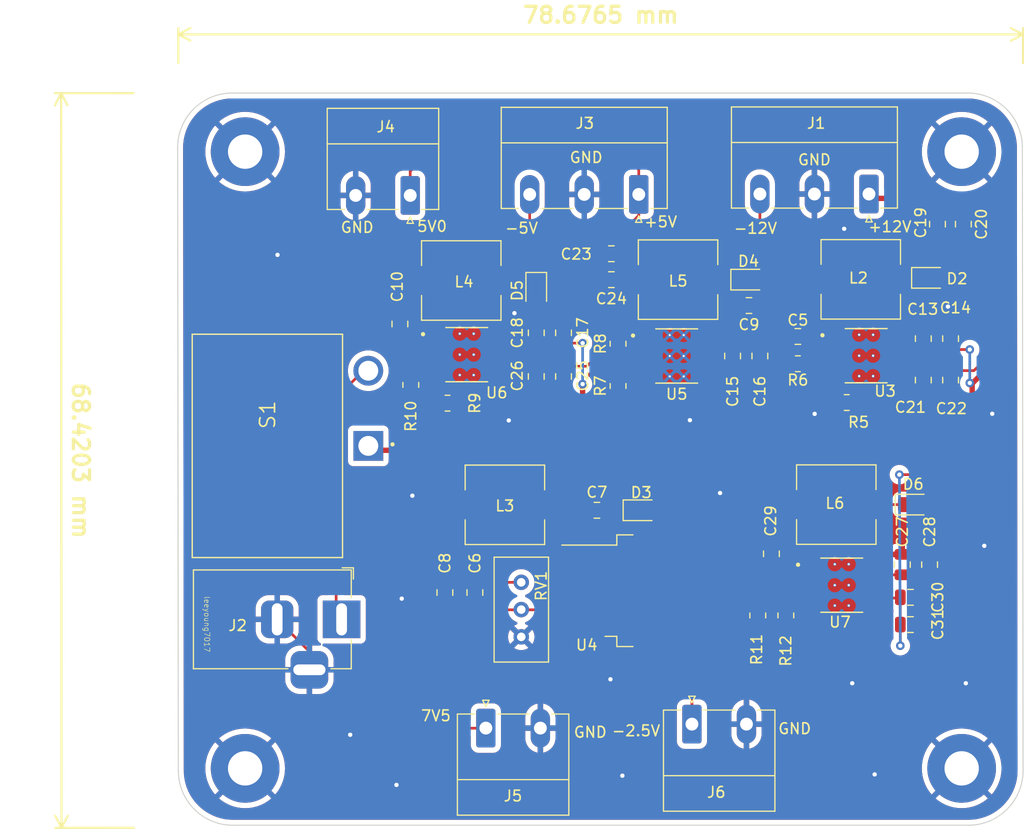
<source format=kicad_pcb>
(kicad_pcb (version 20211014) (generator pcbnew)
  (layers (0 "F.Cu" signal) (31 "B.Cu" signal) (34 "B.Paste" user) (35 "F.Paste" user) (36 "B.SilkS" user "B.Silkscreen") (37 "F.SilkS" user "F.Silkscreen") (38 "B.Mask" user) (39 "F.Mask" user) (44 "Edge.Cuts" user))
  (net 0 "")
  (net 1 "7V5")
  (net 2 "GND")
  (net 3 "Net-(C5-Pad1)")
  (net 4 "Net-(C6-Pad1)")
  (net 5 "12V0")
  (net 6 "Net-(C9-Pad1)")
  (net 7 "Net-(C9-Pad2)")
  (net 8 "Net-(C10-Pad1)")
  (net 9 "Net-(C10-Pad2)")
  (net 10 "VOUT_-12V")
  (net 11 "VOUT_+5V")
  (net 12 "VOUT_-5V")
  (net 13 "Net-(C29-Pad1)")
  (net 14 "Net-(C29-Pad2)")
  (net 15 "Net-(D3-Pad1)")
  (net 16 "VOUT_-2.5V")
  (net 17 "Net-(J2-Pad1)")
  (net 18 "Net-(R5-Pad1)")
  (net 19 "Net-(R7-Pad1)")
  (net 20 "Net-(R10-Pad1)")
  (net 21 "Net-(R11-Pad1)")
  (net 34 "Net-(C5-Pad2)")
  (footprint "Button_Switch_THT:SW_R1966ABLKBLKGR" (layer "F.Cu") (at 137.6455 78.33075 -90)
    (fp_text reference "S1")
    (fp_text value "R1966ABLKBLKGR")
  )
  (footprint "Button_Switch_SMD:CONV_TPS5430DDAR" (layer "F.Cu") (at 181.743 91.3055)
    (fp_text reference "U7")
    (fp_text value "TPS5430DDAR")
  )
  (footprint "Inductor_SMD:L_7.3x7.3_H3.5" (layer "F.Cu") (at 183.515 62.82 180)
    (fp_text reference "L2")
    (fp_text value "10u")
  )
  (footprint "Capacitor_SMD:C_0805_2012Metric" (layer "F.Cu") (at 188.148 94.977)
    (fp_text reference "C31")
    (fp_text value "0.1u")
  )
  (footprint "Connector_Phoenix_MC_HighVoltage:PhoenixContact_MC_1,5_2-G-5.08_1x02_P5.08mm_Horizontal" (layer "F.Cu") (at 141.55 55.0025 180)
    (fp_text reference "J4")
    (fp_text value "Conn_01x02")
  )
  (footprint "Inductor_SMD:L_7.3x7.3_H3.5" (layer "F.Cu") (at 146.304 62.926501 180)
    (fp_text reference "L4")
    (fp_text value "10u")
  )
  (footprint "Resistor_SMD:R_0805_2012Metric" (layer "F.Cu") (at 160.909 68.817001 90)
    (fp_text reference "R8")
    (fp_text value "10k")
  )
  (footprint "Capacitor_SMD:C_0805_2012Metric" (layer "F.Cu") (at 189.340001 68.342 90)
    (fp_text reference "C13")
    (fp_text value "10u")
  )
  (footprint "Capacitor_SMD:C_0805_2012Metric" (layer "F.Cu") (at 155.829 71.865001 90)
    (fp_text reference "C25")
    (fp_text value "100u")
  )
  (footprint "Capacitor_SMD:C_0805_2012Metric" (layer "F.Cu") (at 140.589 66.978001 90)
    (fp_text reference "C10")
    (fp_text value "10n")
  )
  (footprint "Button_Switch_SMD:CONV_TPS5430DDAR" (layer "F.Cu") (at 184.015 69.932)
    (fp_text reference "U3")
    (fp_text value "TPS5430DDAR")
  )
  (footprint "" (layer "F.Cu") (at 192.913 108.367102)
    (fp_text reference "")
    (fp_text value "")
  )
  (footprint "Resistor_SMD:R_0805_2012Metric" (layer "F.Cu") (at 176.536 94.123 -90)
    (fp_text reference "R12")
    (fp_text value "4.87k")
  )
  (footprint "Capacitor_SMD:C_0805_2012Metric" (layer "F.Cu") (at 160.286 62.848001 180)
    (fp_text reference "C24")
    (fp_text value "0.1u")
  )
  (footprint "Connector_Phoenix_MC_HighVoltage:PhoenixContact_MC_1,5_3-G-5.08_1x03_P5.08mm_Horizontal" (layer "F.Cu") (at 184.279 54.8735 180)
    (fp_text reference "J1")
    (fp_text value "Conn_01x03")
  )
  (footprint "" (layer "F.Cu") (at 126.1745 50.927)
    (fp_text reference "")
    (fp_text value "")
  )
  (footprint "Capacitor_SMD:C_0805_2012Metric" (layer "F.Cu") (at 191.880001 68.342 90)
    (fp_text reference "C14")
    (fp_text value "0.1u")
  )
  (footprint "Resistor_SMD:R_0805_2012Metric" (layer "F.Cu") (at 177.656001 70.681001 180)
    (fp_text reference "R6")
    (fp_text value "10k")
  )
  (footprint "Connector_Phoenix_MC_HighVoltage:PhoenixContact_MC_1,5_2-G-5.08_1x02_P5.08mm_Horizontal" (layer "F.Cu") (at 148.594 104.6175)
    (fp_text reference "J5")
    (fp_text value "Conn_01x02")
  )
  (footprint "Capacitor_SMD:C_0805_2012Metric" (layer "F.Cu") (at 158.938 84.328)
    (fp_text reference "C7")
    (fp_text value "10u")
  )
  (footprint "Resistor_SMD:R_0805_2012Metric" (layer "F.Cu") (at 173.924 94.123 -90)
    (fp_text reference "R11")
    (fp_text value "10k")
  )
  (footprint "" (layer "F.Cu") (at 126.1745 108.367102)
    (fp_text reference "")
    (fp_text value "")
  )
  (footprint "Capacitor_SMD:C_0805_2012Metric" (layer "F.Cu") (at 191.880001 72.205001 -90)
    (fp_text reference "C22")
    (fp_text value "0.1u")
  )
  (footprint "Capacitor_SMD:C_0805_2012Metric" (layer "F.Cu") (at 171.577 69.960001 -90)
    (fp_text reference "C15")
    (fp_text value "10u")
  )
  (footprint "Button_Switch_SMD:CONV_TPS5430DDAR" (layer "F.Cu") (at 146.812 69.833001)
    (fp_text reference "U6")
    (fp_text value "TPS5430DDAR")
  )
  (footprint "Capacitor_SMD:C_0805_2012Metric" (layer "F.Cu") (at 177.656001 68.141001 180)
    (fp_text reference "C5")
    (fp_text value "10n")
  )
  (footprint "Diode_SMD:D_0805_2012Metric" (layer "F.Cu") (at 189.937001 62.680001)
    (fp_text reference "D2")
    (fp_text value "SS34")
  )
  (footprint "Resistor_SMD:R_0805_2012Metric" (layer "F.Cu") (at 160.909 72.754001 -90)
    (fp_text reference "R7")
    (fp_text value "3.24k")
  )
  (footprint "Capacitor_SMD:C_0805_2012Metric" (layer "F.Cu") (at 188.148 92.437 180)
    (fp_text reference "C30")
    (fp_text value "100u")
  )
  (footprint "Capacitor_SMD:C_0805_2012Metric" (layer "F.Cu") (at 187.386 89.389 90)
    (fp_text reference "C27")
    (fp_text value "0.1u")
  )
  (footprint "Capacitor_SMD:C_0805_2012Metric" (layer "F.Cu") (at 173.101 65.261001)
    (fp_text reference "C9")
    (fp_text value "10n")
  )
  (footprint "Capacitor_SMD:C_0805_2012Metric" (layer "F.Cu") (at 160.286 60.435001 180)
    (fp_text reference "C23")
    (fp_text value "100u")
  )
  (footprint "Capacitor_SMD:C_0805_2012Metric" (layer "F.Cu") (at 189.340001 72.205001 90)
    (fp_text reference "C21")
    (fp_text value "100u")
  )
  (footprint "Capacitor_SMD:C_0805_2012Metric" (layer "F.Cu") (at 147.574 91.99 90)
    (fp_text reference "C6")
    (fp_text value "0.1u")
  )
  (footprint "Capacitor_SMD:C_0805_2012Metric" (layer "F.Cu") (at 174.117 69.960001 -90)
    (fp_text reference "C16")
    (fp_text value "0.1u")
  )
  (footprint "Diode_SMD:D_0805_2012Metric" (layer "F.Cu") (at 188.402 83.801)
    (fp_text reference "D6")
    (fp_text value "SS34")
  )
  (footprint "Diode_SMD:D_0805_2012Metric" (layer "F.Cu") (at 173.101 62.848001)
    (fp_text reference "D4")
    (fp_text value "SS34")
  )
  (footprint "Capacitor_SMD:C_0805_2012Metric" (layer "F.Cu") (at 144.78 91.99 -90)
    (fp_text reference "C8")
    (fp_text value "220u")
  )
  (footprint "Button_Switch_SMD:CONV_TPS5430DDAR" (layer "F.Cu") (at 166.37 69.960001)
    (fp_text reference "U5")
    (fp_text value "TPS5430DDAR")
  )
  (footprint "Capacitor_SMD:C_0805_2012Metric" (layer "F.Cu") (at 155.829 67.801001 90)
    (fp_text reference "C17")
    (fp_text value "10u")
  )
  (footprint "Connector_Phoenix_MC_HighVoltage:PhoenixContact_MC_1,5_2-G-5.08_1x02_P5.08mm_Horizontal" (layer "F.Cu") (at 167.789 104.248)
    (fp_text reference "J6")
    (fp_text value "Conn_01x02")
  )
  (footprint "Inductor_SMD:L_7.3x7.3_H3.5" (layer "F.Cu") (at 181.235 83.801 180)
    (fp_text reference "L6")
    (fp_text value "10u")
  )
  (footprint "Capacitor_SMD:C_0805_2012Metric" (layer "F.Cu") (at 175.194 88.3845 90)
    (fp_text reference "C29")
    (fp_text value "10n")
  )
  (footprint "Connector_BarrelJack:BarrelJack_Horizontal" (layer "F.Cu") (at 135.159 94.488)
    (fp_text reference "J2")
    (fp_text value "Barrel_Jack_Switch")
  )
  (footprint "Potentiometer_THT:Potentiometer_Bourns_3296W_Vertical" (layer "F.Cu") (at 151.892 91.04 90)
    (fp_text reference "RV1")
    (fp_text value "R_Potentiometer")
  )
  (footprint "Package_TO_SOT_SMD:TO-263-5_TabPin3" (layer "F.Cu") (at 163.745 91.821)
    (fp_text reference "U4")
    (fp_text value "LM2596S-ADJ")
  )
  (footprint "Capacitor_SMD:C_0805_2012Metric" (layer "F.Cu") (at 153.289 71.865001 -90)
    (fp_text reference "C26")
    (fp_text value "0.1u")
  )
  (footprint "Capacitor_SMD:C_0805_2012Metric" (layer "F.Cu") (at 189.926 89.389 90)
    (fp_text reference "C28")
    (fp_text value "10u")
  )
  (footprint "Connector_Phoenix_MC_HighVoltage:PhoenixContact_MC_1,5_3-G-5.08_1x03_P5.08mm_Horizontal" (layer "F.Cu") (at 162.837821 54.91 180)
    (fp_text reference "J3")
    (fp_text value "Conn_01x03")
  )
  (footprint "Diode_SMD:D_0805_2012Metric" (layer "F.Cu") (at 163.068 84.328)
    (fp_text reference "D3")
    (fp_text value "SS54")
  )
  (footprint "Capacitor_SMD:C_0805_2012Metric" (layer "F.Cu") (at 190.66 57.68 -90)
    (fp_text reference "C19")
    (fp_text value "100u")
  )
  (footprint "Capacitor_SMD:C_0805_2012Metric" (layer "F.Cu") (at 153.289 67.801001 90)
    (fp_text reference "C18")
    (fp_text value "0.1u")
  )
  (footprint "Resistor_SMD:R_0805_2012Metric" (layer "F.Cu") (at 141.605 72.650501 -90)
    (fp_text reference "R10")
    (fp_text value "10k")
  )
  (footprint "" (layer "F.Cu") (at 192.913 50.927)
    (fp_text reference "")
    (fp_text value "")
  )
  (footprint "Inductor_SMD:L_7.3x7.3_H3.5" (layer "F.Cu") (at 166.497 62.848001 180)
    (fp_text reference "L5")
    (fp_text value "10u")
  )
  (footprint "Capacitor_SMD:C_0805_2012Metric" (layer "F.Cu") (at 193.07 57.68 -90)
    (fp_text reference "C20")
    (fp_text value "0.1u")
  )
  (footprint "Resistor_SMD:R_0805_2012Metric" (layer "F.Cu") (at 145.0245 74.352)
    (fp_text reference "R9")
    (fp_text value "3.24k")
  )
  (footprint "Inductor_SMD:L_7.3x7.3_H3.5" (layer "F.Cu") (at 150.368 83.82 180)
    (fp_text reference "L3")
    (fp_text value "33u")
  )
  (footprint "Resistor_SMD:R_0805_2012Metric" (layer "F.Cu") (at 182.206999 74.295)
    (fp_text reference "R5")
    (fp_text value "1.1k")
  )
  (footprint "Diode_SMD:D_0805_2012Metric" (layer "F.Cu") (at 153.289 63.864001 -90)
    (fp_text reference "D5")
    (fp_text value "SS34")
  )
  (gr_line (start 193.548 113.665) (end 125.0315 113.665) (layer "Edge.Cuts") (width 0.1))
  (gr_line (start 119.9515 108.585) (end 119.888 50.546) (layer "Edge.Cuts") (width 0.1))
  (gr_arc (start 119.888 50.546) (mid 121.375898 46.953898) (end 124.968 45.466) (layer "Edge.Cuts") (width 0.1))
  (gr_arc (start 125.0315 113.665) (mid 121.439398 112.177102) (end 119.9515 108.585) (layer "Edge.Cuts") (width 0.1))
  (gr_line (start 124.968 45.466) (end 193.4845 45.466) (layer "Edge.Cuts") (width 0.1))
  (gr_arc (start 193.4845 45.466) (mid 197.019405 46.896539) (end 198.5645 50.382898) (layer "Edge.Cuts") (width 0.1))
  (gr_arc (start 198.628 108.585) (mid 197.140103 112.177104) (end 193.548 113.665) (layer "Edge.Cuts") (width 0.1))
  (gr_line (start 198.5645 50.382898) (end 198.628 108.585) (layer "Edge.Cuts") (width 0.1))
  (gr_text "-2.5V" (at 162.583 104.87) (layer "F.SilkS") (effects (font (size 1 1))))
  (gr_text "-12V" (at 173.71 58.065) (layer "F.SilkS") (effects (font (size 1 1))))
  (gr_text "GND" (at 136.6115 57.98) (layer "F.SilkS") (effects (font (size 1 1))))
  (gr_text "5V0" (at 143.5815 57.89) (layer "F.SilkS") (effects (font (size 1 1))))
  (gr_text "GND" (at 157.939821 51.4695) (layer "F.SilkS") (effects (font (size 1 1))))
  (gr_text "GND" (at 177.363 104.67) (layer "F.SilkS") (effects (font (size 1 1))))
  (gr_text "+5V" (at 164.879821 57.4695) (layer "F.SilkS") (effects (font (size 1 1))))
  (gr_text "leeyoung7017" (at 122.6185 94.9375 270) (layer "F.SilkS") (effects (font (size 0.5 0.5) (thickness 0.05))))
  (gr_text "GND" (at 179.199 51.687) (layer "F.SilkS") (effects (font (size 1 1))))
  (gr_text "7V5" (at 143.943 103.47) (layer "F.SilkS") (effects (font (size 1 1))))
  (gr_text "-5V" (at 151.919821 58.0495) (layer "F.SilkS") (effects (font (size 1 1))))
  (gr_text "+12V" (at 186.23 57.925) (layer "F.SilkS") (effects (font (size 1 1))))
  (gr_text "GND" (at 158.323 105) (layer "F.SilkS") (effects (font (size 1 1))))
  (dimension (type aligned) (layer "F.SilkS") (pts (xy 119.9515 43.18) (xy 198.628 43.18)) (height -3.175) (gr_text "78.6765 mm" (at 159.28975 38.205) (layer "F.SilkS") (effects (font (size 1.5 1.5) (thickness 0.3)))) (format (units 3) (units_format 1) (precision 4)) (style (thickness 0.2) (arrow_length 1.27) (text_position_mode 0) (extension_height 0.58642) (extension_offset 0.5) keep_text_aligned))
  (dimension (type aligned) (layer "F.SilkS") (pts (xy 116.2795 45.47975) (xy 116.31 113.9)) (height 7.239) (gr_text "68.4203 mm" (at 110.855751 79.6923 270.025541) (layer "F.SilkS") (effects (font (size 1.5 1.5) (thickness 0.3)))) (format (units 3) (units_format 1) (precision 4)) (style (thickness 0.2) (arrow_length 1.27) (text_position_mode 0) (extension_height 0.58642) (extension_offset 0.5) keep_text_aligned))
  (segment (start 144.78 91.04) (end 147.574 91.04) (width 0.25) (layer "F.Cu") (net 1))
  (segment (start 143.78 91.04) (end 144.78 91.04) (width 0.25) (layer "F.Cu") (net 1))
  (segment (start 144.78 84.751) (end 145.222 84.309) (width 0.25) (layer "F.Cu") (net 1))
  (segment (start 143.26 103.74) (end 143.26 91.56) (width 0.25) (layer "F.Cu") (net 1))
  (segment (start 148.5825 104.629) (end 144.149 104.629) (width 0.25) (layer "F.Cu") (net 1))
  (segment (start 147.574 91.04) (end 151.892 91.04) (width 0.25) (layer "F.Cu") (net 1))
  (segment (start 145.222 84.309) (end 147.168 84.309) (width 0.25) (layer "F.Cu") (net 1))
  (segment (start 144.78 91.529) (end 144.78 84.751) (width 0.25) (layer "F.Cu") (net 1))
  (segment (start 144.149 104.629) (end 143.26 103.74) (width 0.25) (layer "F.Cu") (net 1))
  (segment (start 143.26 91.56) (end 143.78 91.04) (width 0.25) (layer "F.Cu") (net 1))
  (segment (start 132.159 97.488) (end 132.159 99.188) (width 0.25) (layer "F.Cu") (net 2))
  (segment (start 160.909 93.58) (end 160.909 94.85) (width 0.25) (layer "F.Cu") (net 2))
  (segment (start 165.361 93.58) (end 167.12 91.821) (width 0.25) (layer "F.Cu") (net 2))
  (segment (start 160.547 91.821) (end 160.909 92.183) (width 0.25) (layer "F.Cu") (net 2))
  (segment (start 160.909 93.58) (end 165.361 93.58) (width 0.25) (layer "F.Cu") (net 2))
  (segment (start 169.07 70.595001) (end 167.005 70.595001) (width 0.25) (layer "F.Cu") (net 2))
  (segment (start 129.159 94.488) (end 132.159 97.488) (width 0.25) (layer "F.Cu") (net 2))
  (segment (start 193.07 58.63) (end 190.66 58.63) (width 0.25) (layer "F.Cu") (net 2))
  (segment (start 171.577 70.910001) (end 174.117 70.910001) (width 0.25) (layer "F.Cu") (net 2))
  (segment (start 160.909 94.85) (end 160.538 95.221) (width 0.25) (layer "F.Cu") (net 2))
  (segment (start 189.098 92.437) (end 189.098 94.977) (width 0.25) (layer "F.Cu") (net 2))
  (segment (start 173.924 95.0355) (end 169.8455 95.0355) (width 0.25) (layer "F.Cu") (net 2))
  (segment (start 171.262 70.595001) (end 171.577 70.910001) (width 0.25) (layer "F.Cu") (net 2))
  (segment (start 155.829 72.815001) (end 153.289 72.815001) (width 0.25) (layer "F.Cu") (net 2))
  (segment (start 169.8455 95.0355) (end 167.12 92.31) (width 0.25) (layer "F.Cu") (net 2))
  (segment (start 157.97 91.821) (end 160.547 91.821) (width 0.25) (layer "F.Cu") (net 2))
  (segment (start 167.005 70.595001) (end 166.865001 70.455002) (width 0.25) (layer "F.Cu") (net 2))
  (segment (start 160.909 92.183) (end 160.909 93.58) (width 0.25) (layer "F.Cu") (net 2))
  (segment (start 169.07 70.595001) (end 171.262 70.595001) (width 0.25) (layer "F.Cu") (net 2))
  (segment (start 187.386 88.439) (end 189.926 88.439) (width 0.25) (layer "F.Cu") (net 2))
  (segment (start 160.538 95.221) (end 157.97 95.221) (width 0.25) (layer "F.Cu") (net 2))
  (via (at 179.22 75.35) (size 0.8) (drill 0.4) (layers "F.Cu" "B.Cu") (net 2))
  (via (at 129.19 60.54) (size 0.8) (drill 0.4) (layers "F.Cu" "B.Cu") (net 2))
  (via (at 150.73 75.96) (size 0.8) (drill 0.4) (layers "F.Cu" "B.Cu") (net 2))
  (via (at 193.3 100.44) (size 0.8) (drill 0.4) (layers "F.Cu" "B.Cu") (net 2))
  (via (at 195.76 75.34) (size 0.8) (drill 0.4) (layers "F.Cu" "B.Cu") (net 2))
  (via (at 184.81 108.93) (size 0.8) (drill 0.4) (layers "F.Cu" "B.Cu") (net 2))
  (via (at 140.76 92.56) (size 0.8) (drill 0.4) (layers "F.Cu" "B.Cu") (net 2))
  (via (at 140.27 109.91) (size 0.8) (drill 0.4) (layers "F.Cu" "B.Cu") (net 2))
  (via (at 167.6 75.94) (size 0.8) (drill 0.4) (layers "F.Cu" "B.Cu") (net 2))
  (via (at 141.75 82.97) (size 0.8) (drill 0.4) (layers "F.Cu" "B.Cu") (net 2))
  (via (at 135.96 105.24) (size 0.8) (drill 0.4) (layers "F.Cu" "B.Cu") (net 2))
  (via (at 182.72 100.44) (size 0.8) (drill 0.4) (layers "F.Cu" "B.Cu") (net 2))
  (via (at 170.41 82.72) (size 0.8) (drill 0.4) (layers "F.Cu" "B.Cu") (net 2))
  (via (at 181.97 58.11) (size 0.8) (drill 0.4) (layers "F.Cu" "B.Cu") (net 2))
  (via (at 151.257 65.97) (size 0.8) (drill 0.4) (layers "F.Cu" "B.Cu") (net 2))
  (via (at 161.31 109.05) (size 0.8) (drill 0.4) (layers "F.Cu" "B.Cu") (net 2))
  (via (at 160.2 100.07) (size 0.8) (drill 0.4) (layers "F.Cu" "B.Cu") (net 2))
  (via (at 191.635 65.36) (size 0.8) (drill 0.4) (layers "F.Cu" "B.Cu") (net 2))
  (via (at 195.02 87.64) (size 0.8) (drill 0.4) (layers "F.Cu" "B.Cu") (net 2))
  (segment (start 178.513001 68.207001) (end 181.107999 68.207001) (width 0.25) (layer "F.Cu") (net 3))
  (segment (start 148.234 93.6) (end 158.184 93.6) (width 0.25) (layer "F.Cu") (net 4))
  (segment (start 147.574 92.94) (end 148.234 93.6) (width 0.25) (layer "F.Cu") (net 4))
  (segment (start 175.125001 69.010001) (end 175.641 69.526) (width 0.5) (layer "F.Cu") (net 5))
  (segment (start 175.641 78.719) (end 175.62 78.74) (width 0.25) (layer "F.Cu") (net 5))
  (segment (start 153.289 68.751001) (end 151.777999 68.751001) (width 0.25) (layer "F.Cu") (net 5))
  (segment (start 137.668 78.74) (end 155.97 78.74) (width 0.5) (layer "F.Cu") (net 5))
  (segment (start 151.777999 68.751001) (end 151.330999 69.198001) (width 0.25) (layer "F.Cu") (net 5))
  (segment (start 169.385 69.010001) (end 169.07 69.325001) (width 0.25) (layer "F.Cu") (net 5))
  (segment (start 153.289 68.751001) (end 155.829 68.751001) (width 0.25) (layer "F.Cu") (net 5))
  (segment (start 157.73 78.74) (end 172.258 78.74) (width 0.5) (layer "F.Cu") (net 5))
  (segment (start 151.330999 69.198001) (end 149.512 69.198001) (width 0.25) (layer "F.Cu") (net 5))
  (segment (start 190.66 56.73) (end 190.66 55.36) (width 0.25) (layer "F.Cu") (net 5))
  (segment (start 157.97 88.91) (end 157.97 84.835) (width 0.25) (layer "F.Cu") (net 5))
  (segment (start 187.386 90.339) (end 186.182 90.339) (width 0.25) (layer "F.Cu") (net 5))
  (segment (start 155.829 68.751001) (end 157.607 68.764) (width 0.25) (layer "F.Cu") (net 5))
  (segment (start 175.641 69.526) (end 175.641 78.719) (width 0.5) (layer "F.Cu") (net 5))
  (segment (start 157.988 84.817) (end 157.988 78.998) (width 0.5) (layer "F.Cu") (net 5))
  (segment (start 193.890999 77.809001) (end 192.96 78.74) (width 0.5) (layer "F.Cu") (net 5))
  (segment (start 191.787001 69.358) (end 193.667 69.358) (width 0.25) (layer "F.Cu") (net 5))
  (segment (start 195.543 56.503) (end 195.543 70.868999) (width 0.5) (layer "F.Cu") (net 5))
  (segment (start 174.117 69.010001) (end 175.125001 69.010001) (width 0.5) (layer "F.Cu") (net 5))
  (segment (start 178.308 78.74) (end 191.45 78.74) (width 0.5) (layer "F.Cu") (net 5))
  (segment (start 171.577 69.010001) (end 169.385 69.010001) (width 0.25) (layer "F.Cu") (net 5))
  (segment (start 189.247001 69.358) (end 191.787001 69.358) (width 0.25) (layer "F.Cu") (net 5))
  (segment (start 189.926 90.339) (end 191.008 90.339) (width 0.5) (layer "F.Cu") (net 5))
  (segment (start 191.008 90.339) (end 191.45 89.897) (width 0.5) (layer "F.Cu") (net 5))
  (segment (start 186.622 69.363) (end 189.242001 69.363) (width 0.25) (layer "F.Cu") (net 5))
  (segment (start 190.58 55.28) (end 194.32 55.28) (width 0.5) (layer "F.Cu") (net 5))
  (segment (start 185.8505 90.6705) (end 184.443 90.6705) (width 0.25) (layer "F.Cu") (net 5))
  (segment (start 193.890999 72.521) (end 193.890999 77.809001) (width 0.5) (layer "F.Cu") (net 5))
  (segment (start 193.07 56.73) (end 190.66 56.73) (width 0.25) (layer "F.Cu") (net 5))
  (segment (start 195.543 70.868999) (end 193.890999 72.521) (width 0.5) (layer "F.Cu") (net 5))
  (segment (start 191.45 89.897) (end 191.45 78.74) (width 0.5) (layer "F.Cu") (net 5))
  (segment (start 189.242001 69.363) (end 189.247001 69.358) (width 0.25) (layer "F.Cu") (net 5))
  (segment (start 184.6855 55.28) (end 190.58 55.28) (width 0.5) (layer "F.Cu") (net 5))
  (segment (start 184.279 54.8735) (end 184.6855 55.28) (width 0.5) (layer "F.Cu") (net 5))
  (segment (start 172.258 78.74) (end 175.218 78.74) (width 0.5) (layer "F.Cu") (net 5))
  (segment (start 175.218 78.74) (end 175.62 78.74) (width 0.5) (layer "F.Cu") (net 5))
  (segment (start 175.62 78.74) (end 178.308 78.74) (width 0.5) (layer "F.Cu") (net 5))
  (segment (start 171.577 69.010001) (end 174.117 69.010001) (width 0.25) (layer "F.Cu") (net 5))
  (segment (start 190.66 55.36) (end 190.58 55.28) (width 0.25) (layer "F.Cu") (net 5))
  (segment (start 192.96 78.74) (end 191.45 78.74) (width 0.5) (layer "F.Cu") (net 5))
  (segment (start 186.182 90.339) (end 185.8505 90.6705) (width 0.25) (layer "F.Cu") (net 5))
  (segment (start 189.926 90.339) (end 187.386 90.339) (width 0.25) (layer "F.Cu") (net 5))
  (segment (start 157.97 84.835) (end 157.988 84.817) (width 0.25) (layer "F.Cu") (net 5))
  (segment (start 155.97 78.74) (end 157.73 78.74) (width 0.5) (layer "F.Cu") (net 5))
  (segment (start 194.32 55.28) (end 195.543 56.503) (width 0.5) (layer "F.Cu") (net 5))
  (segment (start 157.607 78.643) (end 157.607 72.574) (width 0.5) (layer "F.Cu") (net 5))
  (via (at 157.607 72.574) (size 0.8) (drill 0.4) (layers "F.Cu" "B.Cu") (net 5))
  (via (at 193.667 69.358) (size 0.8) (drill 0.4) (layers "F.Cu" "B.Cu") (net 5))
  (via (at 193.667 72.472) (size 0.8) (drill 0.4) (layers "F.Cu" "B.Cu") (net 5))
  (via (at 157.607 68.764) (size 0.8) (drill 0.4) (layers "F.Cu" "B.Cu") (net 5))
  (segment (start 157.607 68.764) (end 157.607 72.574) (width 0.25) (layer "B.Cu") (net 5))
  (segment (start 193.667 69.358) (end 193.667 72.472) (width 0.25) (layer "B.Cu") (net 5))
  (segment (start 163.67 66.003) (end 164.465 65.208) (width 0.25) (layer "F.Cu") (net 6))
  (segment (start 163.67 68.055001) (end 163.67 66.003) (width 0.25) (layer "F.Cu") (net 6))
  (segment (start 164.465 65.208) (end 172.097999 65.208) (width 0.25) (layer "F.Cu") (net 6))
  (segment (start 173.609 66.732) (end 169.545 66.732) (width 0.25) (layer "F.Cu") (net 7))
  (segment (start 174.051 65.261001) (end 174.051 66.29) (width 0.25) (layer "F.Cu") (net 7))
  (segment (start 169.545 66.732) (end 169.07 67.207) (width 0.25) (layer "F.Cu") (net 7))
  (segment (start 174.051 66.29) (end 173.609 66.732) (width 0.25) (layer "F.Cu") (net 7))
  (segment (start 169.07 67.207) (end 169.07 68.055001) (width 0.25) (layer "F.Cu") (net 7))
  (segment (start 172.1635 62.848001) (end 174.051 64.735501) (width 0.25) (layer "F.Cu") (net 7))
  (segment (start 172.1635 62.848001) (end 169.697 62.848001) (width 0.25) (layer "F.Cu") (net 7))
  (segment (start 140.589 67.928001) (end 144.112 67.928001) (width 0.25) (layer "F.Cu") (net 8))
  (segment (start 153.289 62.926501) (end 149.504 62.926501) (width 0.25) (layer "F.Cu") (net 9))
  (segment (start 144.848999 66.028001) (end 147.950499 62.926501) (width 0.25) (layer "F.Cu") (net 9))
  (segment (start 149.504 62.926501) (end 149.504 67.920001) (width 0.25) (layer "F.Cu") (net 9))
  (segment (start 140.589 66.028001) (end 144.848999 66.028001) (width 0.25) (layer "F.Cu") (net 9))
  (segment (start 149.504 67.920001) (end 149.512 67.928001) (width 0.25) (layer "F.Cu") (net 9))
  (segment (start 147.950499 62.926501) (end 149.504 62.926501) (width 0.25) (layer "F.Cu") (net 9))
  (segment (start 175.02 59.7) (end 189.28 59.7) (width 0.25) (layer "F.Cu") (net 10))
  (segment (start 189.247001 71.321001) (end 191.787001 71.321001) (width 0.25) (layer "F.Cu") (net 10))
  (segment (start 174.119 58.799) (end 175.02 59.7) (width 0.25) (layer "F.Cu") (net 10))
  (segment (start 194.101001 62.746001) (end 190.781501 62.746001) (width 0.25) (layer "F.Cu") (net 10))
  (segment (start 187.51 70.633) (end 188.198001 71.321001) (width 0.25) (layer "F.Cu") (net 10))
  (segment (start 194.683 70.694) (end 194.683 63.328) (width 0.25) (layer "F.Cu") (net 10))
  (segment (start 183.047501 74.303001) (end 183.922 73.428502) (width 0.25) (layer "F.Cu") (net 10))
  (segment (start 174.119 54.8735) (end 174.119 58.799) (width 0.25) (layer "F.Cu") (net 10))
  (segment (start 186.622 70.633) (end 184.557 70.633) (width 0.25) (layer "F.Cu") (net 10))
  (segment (start 189.28 59.7) (end 191.0985 61.5185) (width 0.25) (layer "F.Cu") (net 10))
  (segment (start 188.198001 71.321001) (end 189.247001 71.321001) (width 0.25) (layer "F.Cu") (net 10))
  (segment (start 194.055999 71.321001) (end 194.683 70.694) (width 0.25) (layer "F.Cu") (net 10))
  (segment (start 194.683 63.328) (end 194.101001 62.746001) (width 0.25) (layer "F.Cu") (net 10))
  (segment (start 186.622 70.633) (end 187.51 70.633) (width 0.25) (layer "F.Cu") (net 10))
  (segment (start 191.787001 71.321001) (end 194.055999 71.321001) (width 0.25) (layer "F.Cu") (net 10))
  (segment (start 191.0985 61.5185) (end 191.0985 62.729001) (width 0.25) (layer "F.Cu") (net 10))
  (segment (start 183.922 73.428502) (end 183.922 69.998) (width 0.25) (layer "F.Cu") (net 10))
  (segment (start 162.837821 56.872179) (end 162.837821 54.91) (width 0.25) (layer "F.Cu") (net 11))
  (segment (start 142.24 52.07) (end 141.55 52.76) (width 0.25) (layer "F.Cu") (net 11))
  (segment (start 162.837821 52.607821) (end 162.3 52.07) (width 0.25) (layer "F.Cu") (net 11))
  (segment (start 162.837821 54.91) (end 162.837821 52.607821) (width 0.25) (layer "F.Cu") (net 11))
  (segment (start 161.236 62.848001) (end 161.236 60.435001) (width 0.25) (layer "F.Cu") (net 11))
  (segment (start 141.55 52.76) (end 141.55 55.0025) (width 0.25) (layer "F.Cu") (net 11))
  (segment (start 161.236 67.577501) (end 161.236 62.848001) (width 0.25) (layer "F.Cu") (net 11))
  (segment (start 161.236 60.435001) (end 161.236 58.474) (width 0.25) (layer "F.Cu") (net 11))
  (segment (start 161.236 62.848001) (end 163.297 62.848001) (width 0.25) (layer "F.Cu") (net 11))
  (segment (start 161.236 58.474) (end 162.837821 56.872179) (width 0.25) (layer "F.Cu") (net 11))
  (segment (start 162.3 52.07) (end 142.24 52.07) (width 0.25) (layer "F.Cu") (net 11))
  (segment (start 158.117 64.81) (end 156.09 64.81) (width 0.25) (layer "F.Cu") (net 12))
  (segment (start 146.812 73.477) (end 146.812 69.833001) (width 0.25) (layer "F.Cu") (net 12))
  (segment (start 145.937 74.352) (end 146.812 73.477) (width 0.25) (layer "F.Cu") (net 12))
  (segment (start 152.842 70.468001) (end 153.289 70.915001) (width 0.25) (layer "F.Cu") (net 12))
  (segment (start 149.512 70.468001) (end 147.447 70.468001) (width 0.25) (layer "F.Cu") (net 12))
  (segment (start 153.01 58.27) (end 152.677821 57.937821) (width 0.25) (layer "F.Cu") (net 12))
  (segment (start 155.63 58.27) (end 153.01 58.27) (width 0.25) (layer "F.Cu") (net 12))
  (segment (start 156.09 64.81) (end 153.297499 64.81) (width 0.25) (layer "F.Cu") (net 12))
  (segment (start 149.512 70.468001) (end 152.842 70.468001) (width 0.25) (layer "F.Cu") (net 12))
  (segment (start 155.829 70.915001) (end 157.995999 70.915001) (width 0.25) (layer "F.Cu") (net 12))
  (segment (start 153.289 70.915001) (end 155.829 70.915001) (width 0.25) (layer "F.Cu") (net 12))
  (segment (start 158.623 65.316) (end 158.117 64.81) (width 0.25) (layer "F.Cu") (net 12))
  (segment (start 158.623 70.288) (end 158.623 65.316) (width 0.25) (layer "F.Cu") (net 12))
  (segment (start 157.995999 70.915001) (end 158.623 70.288) (width 0.25) (layer "F.Cu") (net 12))
  (segment (start 152.677821 57.937821) (end 152.677821 54.91) (width 0.25) (layer "F.Cu") (net 12))
  (segment (start 147.447 70.468001) (end 147.307001 70.328002) (width 0.25) (layer "F.Cu") (net 12))
  (segment (start 156.09 64.81) (end 156.09 58.73) (width 0.25) (layer "F.Cu") (net 12))
  (segment (start 156.09 58.73) (end 155.63 58.27) (width 0.25) (layer "F.Cu") (net 12))
  (segment (start 175.194 89.3345) (end 178.977 89.3345) (width 0.25) (layer "F.Cu") (net 13))
  (segment (start 178.1645 87.4345) (end 181.798 83.801) (width 0.25) (layer "F.Cu") (net 14))
  (segment (start 184.435 83.801) (end 184.435 89.3925) (width 0.25) (layer "F.Cu") (net 14))
  (segment (start 181.798 83.801) (end 184.435 83.801) (width 0.25) (layer "F.Cu") (net 14))
  (segment (start 184.435 89.3925) (end 184.443 89.4005) (width 0.25) (layer "F.Cu") (net 14))
  (segment (start 175.194 87.4345) (end 178.1645 87.4345) (width 0.25) (layer "F.Cu") (net 14))
  (segment (start 187.4645 83.801) (end 184.435 83.801) (width 0.25) (layer "F.Cu") (net 14))
  (segment (start 162.1305 84.817) (end 162.095 84.8525) (width 0.25) (layer "F.Cu") (net 15))
  (segment (start 162.095 84.8525) (end 162.095 89.534) (width 0.25) (layer "F.Cu") (net 15))
  (segment (start 154.082 90.121) (end 153.568 89.607) (width 0.25) (layer "F.Cu") (net 15))
  (segment (start 161.508 90.121) (end 154.082 90.121) (width 0.25) (layer "F.Cu") (net 15))
  (segment (start 162.095 89.534) (end 161.508 90.121) (width 0.25) (layer "F.Cu") (net 15))
  (segment (start 153.568 89.607) (end 153.568 84.309) (width 0.25) (layer "F.Cu") (net 15))
  (segment (start 187.11 81.01) (end 188.71 81.01) (width 0.25) (layer "F.Cu") (net 16))
  (segment (start 168.275 100.965) (end 167.789 101.451) (width 0.25) (layer "F.Cu") (net 16))
  (segment (start 187.198 94.977) (end 187.198 96.943) (width 0.25) (layer "F.Cu") (net 16))
  (segment (start 189.3395 81.6395) (end 189.3395 83.801) (width 0.25) (layer "F.Cu") (net 16))
  (segment (start 175.725 100.965) (end 168.275 100.965) (width 0.25) (layer "F.Cu") (net 16))
  (segment (start 184.443 91.9405) (end 182.378 91.9405) (width 0.25) (layer "F.Cu") (net 16))
  (segment (start 176.536 95.0355) (end 176.536 100.154) (width 0.25) (layer "F.Cu") (net 16))
  (segment (start 176.536 100.154) (end 175.725 100.965) (width 0.25) (layer "F.Cu") (net 16))
  (segment (start 180.9775 95.0355) (end 181.743 94.27) (width 0.25) (layer "F.Cu") (net 16))
  (segment (start 176.536 95.0355) (end 180.9775 95.0355) (width 0.25) (layer "F.Cu") (net 16))
  (segment (start 167.789 101.451) (end 167.789 104.248) (width 0.25) (layer "F.Cu") (net 16))
  (segment (start 188.71 81.01) (end 189.3395 81.6395) (width 0.25) (layer "F.Cu") (net 16))
  (segment (start 187.198 92.437) (end 187.198 94.977) (width 0.25) (layer "F.Cu") (net 16))
  (segment (start 184.443 91.9405) (end 185.6195 91.9405) (width 0.25) (layer "F.Cu") (net 16))
  (segment (start 181.743 94.27) (end 181.743 91.3055) (width 0.25) (layer "F.Cu") (net 16))
  (segment (start 186.182 92.503) (end 187.386 92.503) (width 0.25) (layer "F.Cu") (net 16))
  (segment (start 185.6195 91.9405) (end 186.182 92.503) (width 0.25) (layer "F.Cu") (net 16))
  (via (at 187.198 96.943) (size 0.8) (drill 0.4) (layers "F.Cu" "B.Cu") (net 16))
  (via (at 187.11 81.01) (size 0.8) (drill 0.4) (layers "F.Cu" "B.Cu") (net 16))
  (segment (start 187.198 96.943) (end 187.11 81.01) (width 0.25) (layer "B.Cu") (net 16))
  (segment (start 134.651 94.5465) (end 134.651 73.868) (width 0.25) (layer "F.Cu") (net 17))
  (segment (start 134.651 73.868) (end 137.287 71.232) (width 0.25) (layer "F.Cu") (net 17))
  (segment (start 178.475501 70.747001) (end 178.475501 71.504501) (width 0.25) (layer "F.Cu") (net 18))
  (segment (start 181.222 74.3025) (end 181.222501 74.303001) (width 0.25) (layer "F.Cu") (net 18))
  (segment (start 178.935 71.964) (end 181.161 71.964) (width 0.25) (layer "F.Cu") (net 18))
  (segment (start 181.222 71.903) (end 181.222 74.3025) (width 0.25) (layer "F.Cu") (net 18))
  (segment (start 178.475501 71.504501) (end 178.935 71.964) (width 0.25) (layer "F.Cu") (net 18))
  (segment (start 181.161 71.964) (end 181.222 71.903) (width 0.25) (layer "F.Cu") (net 18))
  (segment (start 160.909 69.729501) (end 160.909 71.841501) (width 0.25) (layer "F.Cu") (net 19))
  (segment (start 160.909 71.841501) (end 163.6465 71.841501) (width 0.25) (layer "F.Cu") (net 19))
  (segment (start 144.112 74.352) (end 144.112 71.738001) (width 0.25) (layer "F.Cu") (net 20))
  (segment (start 141.605 71.738001) (end 144.112 71.738001) (width 0.25) (layer "F.Cu") (net 20))
  (segment (start 173.924 93.2105) (end 176.536 93.2105) (width 0.25) (layer "F.Cu") (net 21))
  (segment (start 176.536 93.2105) (end 179.043 93.2105) (width 0.25) (layer "F.Cu") (net 21))
  (segment (start 184.203 62.886) (end 186.622 62.886) (width 0.25) (layer "F.Cu") (net 34))
  (segment (start 186.622 62.886) (end 186.622 68.093) (width 0.25) (layer "F.Cu") (net 34))
  (segment (start 176.613001 66.157999) (end 177.411 65.36) (width 0.25) (layer "F.Cu") (net 34))
  (segment (start 181.729 65.36) (end 184.203 62.886) (width 0.25) (layer "F.Cu") (net 34))
  (segment (start 176.613001 68.207001) (end 176.613001 66.157999) (width 0.25) (layer "F.Cu") (net 34))
  (segment (start 188.906501 62.746001) (end 186.761999 62.746001) (width 0.25) (layer "F.Cu") (net 34))
  (segment (start 177.411 65.36) (end 181.729 65.36) (width 0.25) (layer "F.Cu") (net 34))
  (zone (net 2) (net_name "GND") (layers F&B.Cu) (name "GND") (connect_pads (clearance 0.508)) (min_thickness 0.254) (fill yes (thermal_gap 0.508) (thermal_bridge_width 0.508))
    (polygon (pts (xy 198.628 114.173) (xy 119.888 114.173) (xy 119.888 45.466) (xy 198.628 45.466)))
  )
)
</source>
